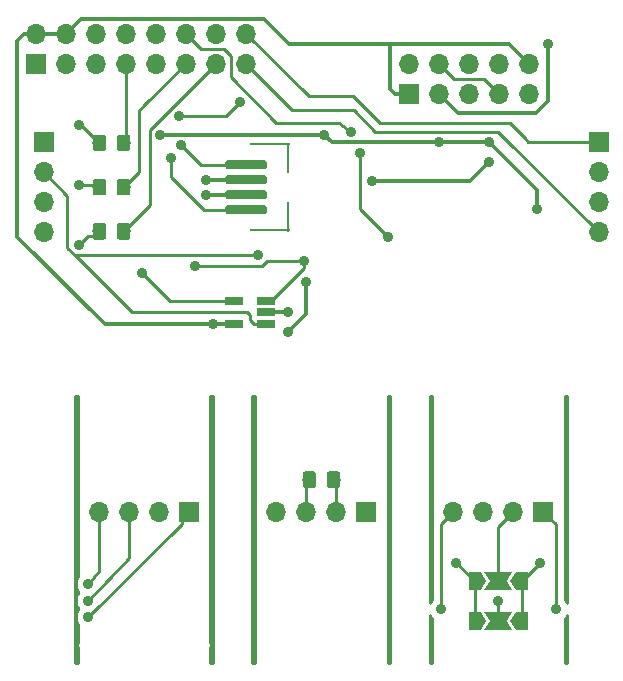
<source format=gbr>
%TF.GenerationSoftware,KiCad,Pcbnew,5.1.0*%
%TF.CreationDate,2019-04-05T03:55:09+02:00*%
%TF.ProjectId,BeerEyePi,42656572-4579-4655-9069-2e6b69636164,rev?*%
%TF.SameCoordinates,Original*%
%TF.FileFunction,Copper,L1,Top*%
%TF.FilePolarity,Positive*%
%FSLAX46Y46*%
G04 Gerber Fmt 4.6, Leading zero omitted, Abs format (unit mm)*
G04 Created by KiCad (PCBNEW 5.1.0) date 2019-04-05 03:55:09*
%MOMM*%
%LPD*%
G04 APERTURE LIST*
%ADD10R,1.700000X1.700000*%
%ADD11O,1.700000X1.700000*%
%ADD12C,0.100000*%
%ADD13C,1.150000*%
%ADD14R,0.250000X2.500000*%
%ADD15R,3.350000X0.250000*%
%ADD16C,0.700000*%
%ADD17C,0.300000*%
%ADD18R,1.560000X0.650000*%
%ADD19C,0.900000*%
%ADD20C,0.350000*%
%ADD21C,0.250000*%
%ADD22C,0.254000*%
G04 APERTURE END LIST*
D10*
X139920000Y-107080000D03*
D11*
X139920000Y-104540000D03*
X142460000Y-107080000D03*
X142460000Y-104540000D03*
X145000000Y-107080000D03*
X145000000Y-104540000D03*
X147540000Y-107080000D03*
X147540000Y-104540000D03*
X150080000Y-107080000D03*
X150080000Y-104540000D03*
D12*
G36*
X133899005Y-139064704D02*
G01*
X133923273Y-139068304D01*
X133947072Y-139074265D01*
X133970171Y-139082530D01*
X133992350Y-139093020D01*
X134013393Y-139105632D01*
X134033099Y-139120247D01*
X134051277Y-139136723D01*
X134067753Y-139154901D01*
X134082368Y-139174607D01*
X134094980Y-139195650D01*
X134105470Y-139217829D01*
X134113735Y-139240928D01*
X134119696Y-139264727D01*
X134123296Y-139288995D01*
X134124500Y-139313499D01*
X134124500Y-140213501D01*
X134123296Y-140238005D01*
X134119696Y-140262273D01*
X134113735Y-140286072D01*
X134105470Y-140309171D01*
X134094980Y-140331350D01*
X134082368Y-140352393D01*
X134067753Y-140372099D01*
X134051277Y-140390277D01*
X134033099Y-140406753D01*
X134013393Y-140421368D01*
X133992350Y-140433980D01*
X133970171Y-140444470D01*
X133947072Y-140452735D01*
X133923273Y-140458696D01*
X133899005Y-140462296D01*
X133874501Y-140463500D01*
X133224499Y-140463500D01*
X133199995Y-140462296D01*
X133175727Y-140458696D01*
X133151928Y-140452735D01*
X133128829Y-140444470D01*
X133106650Y-140433980D01*
X133085607Y-140421368D01*
X133065901Y-140406753D01*
X133047723Y-140390277D01*
X133031247Y-140372099D01*
X133016632Y-140352393D01*
X133004020Y-140331350D01*
X132993530Y-140309171D01*
X132985265Y-140286072D01*
X132979304Y-140262273D01*
X132975704Y-140238005D01*
X132974500Y-140213501D01*
X132974500Y-139313499D01*
X132975704Y-139288995D01*
X132979304Y-139264727D01*
X132985265Y-139240928D01*
X132993530Y-139217829D01*
X133004020Y-139195650D01*
X133016632Y-139174607D01*
X133031247Y-139154901D01*
X133047723Y-139136723D01*
X133065901Y-139120247D01*
X133085607Y-139105632D01*
X133106650Y-139093020D01*
X133128829Y-139082530D01*
X133151928Y-139074265D01*
X133175727Y-139068304D01*
X133199995Y-139064704D01*
X133224499Y-139063500D01*
X133874501Y-139063500D01*
X133899005Y-139064704D01*
X133899005Y-139064704D01*
G37*
D13*
X133549500Y-139763500D03*
D12*
G36*
X131849005Y-139064704D02*
G01*
X131873273Y-139068304D01*
X131897072Y-139074265D01*
X131920171Y-139082530D01*
X131942350Y-139093020D01*
X131963393Y-139105632D01*
X131983099Y-139120247D01*
X132001277Y-139136723D01*
X132017753Y-139154901D01*
X132032368Y-139174607D01*
X132044980Y-139195650D01*
X132055470Y-139217829D01*
X132063735Y-139240928D01*
X132069696Y-139264727D01*
X132073296Y-139288995D01*
X132074500Y-139313499D01*
X132074500Y-140213501D01*
X132073296Y-140238005D01*
X132069696Y-140262273D01*
X132063735Y-140286072D01*
X132055470Y-140309171D01*
X132044980Y-140331350D01*
X132032368Y-140352393D01*
X132017753Y-140372099D01*
X132001277Y-140390277D01*
X131983099Y-140406753D01*
X131963393Y-140421368D01*
X131942350Y-140433980D01*
X131920171Y-140444470D01*
X131897072Y-140452735D01*
X131873273Y-140458696D01*
X131849005Y-140462296D01*
X131824501Y-140463500D01*
X131174499Y-140463500D01*
X131149995Y-140462296D01*
X131125727Y-140458696D01*
X131101928Y-140452735D01*
X131078829Y-140444470D01*
X131056650Y-140433980D01*
X131035607Y-140421368D01*
X131015901Y-140406753D01*
X130997723Y-140390277D01*
X130981247Y-140372099D01*
X130966632Y-140352393D01*
X130954020Y-140331350D01*
X130943530Y-140309171D01*
X130935265Y-140286072D01*
X130929304Y-140262273D01*
X130925704Y-140238005D01*
X130924500Y-140213501D01*
X130924500Y-139313499D01*
X130925704Y-139288995D01*
X130929304Y-139264727D01*
X130935265Y-139240928D01*
X130943530Y-139217829D01*
X130954020Y-139195650D01*
X130966632Y-139174607D01*
X130981247Y-139154901D01*
X130997723Y-139136723D01*
X131015901Y-139120247D01*
X131035607Y-139105632D01*
X131056650Y-139093020D01*
X131078829Y-139082530D01*
X131101928Y-139074265D01*
X131125727Y-139068304D01*
X131149995Y-139064704D01*
X131174499Y-139063500D01*
X131824501Y-139063500D01*
X131849005Y-139064704D01*
X131849005Y-139064704D01*
G37*
D13*
X131499500Y-139763500D03*
D10*
X108370000Y-104540000D03*
D11*
X108370000Y-102000000D03*
X110910000Y-104540000D03*
X110910000Y-102000000D03*
X113450000Y-104540000D03*
X113450000Y-102000000D03*
X115990000Y-104540000D03*
X115990000Y-102000000D03*
X118530000Y-104540000D03*
X118530000Y-102000000D03*
X121070000Y-104540000D03*
X121070000Y-102000000D03*
X123610000Y-104540000D03*
X123610000Y-102000000D03*
X126150000Y-104540000D03*
X126150000Y-102000000D03*
D14*
X129725000Y-112500000D03*
X129725000Y-117500000D03*
D15*
X128175000Y-111375000D03*
X128175000Y-118625000D03*
D12*
G36*
X127742153Y-112745843D02*
G01*
X127759141Y-112748363D01*
X127775800Y-112752535D01*
X127791970Y-112758321D01*
X127807494Y-112765664D01*
X127822225Y-112774493D01*
X127836019Y-112784723D01*
X127848744Y-112796256D01*
X127860277Y-112808981D01*
X127870507Y-112822775D01*
X127879336Y-112837506D01*
X127886679Y-112853030D01*
X127892465Y-112869200D01*
X127896637Y-112885859D01*
X127899157Y-112902847D01*
X127900000Y-112920000D01*
X127900000Y-113270000D01*
X127899157Y-113287153D01*
X127896637Y-113304141D01*
X127892465Y-113320800D01*
X127886679Y-113336970D01*
X127879336Y-113352494D01*
X127870507Y-113367225D01*
X127860277Y-113381019D01*
X127848744Y-113393744D01*
X127836019Y-113405277D01*
X127822225Y-113415507D01*
X127807494Y-113424336D01*
X127791970Y-113431679D01*
X127775800Y-113437465D01*
X127759141Y-113441637D01*
X127742153Y-113444157D01*
X127725000Y-113445000D01*
X124575000Y-113445000D01*
X124557847Y-113444157D01*
X124540859Y-113441637D01*
X124524200Y-113437465D01*
X124508030Y-113431679D01*
X124492506Y-113424336D01*
X124477775Y-113415507D01*
X124463981Y-113405277D01*
X124451256Y-113393744D01*
X124439723Y-113381019D01*
X124429493Y-113367225D01*
X124420664Y-113352494D01*
X124413321Y-113336970D01*
X124407535Y-113320800D01*
X124403363Y-113304141D01*
X124400843Y-113287153D01*
X124400000Y-113270000D01*
X124400000Y-112920000D01*
X124400843Y-112902847D01*
X124403363Y-112885859D01*
X124407535Y-112869200D01*
X124413321Y-112853030D01*
X124420664Y-112837506D01*
X124429493Y-112822775D01*
X124439723Y-112808981D01*
X124451256Y-112796256D01*
X124463981Y-112784723D01*
X124477775Y-112774493D01*
X124492506Y-112765664D01*
X124508030Y-112758321D01*
X124524200Y-112752535D01*
X124540859Y-112748363D01*
X124557847Y-112745843D01*
X124575000Y-112745000D01*
X127725000Y-112745000D01*
X127742153Y-112745843D01*
X127742153Y-112745843D01*
G37*
D16*
X126150000Y-113095000D03*
D12*
G36*
X127742153Y-114015843D02*
G01*
X127759141Y-114018363D01*
X127775800Y-114022535D01*
X127791970Y-114028321D01*
X127807494Y-114035664D01*
X127822225Y-114044493D01*
X127836019Y-114054723D01*
X127848744Y-114066256D01*
X127860277Y-114078981D01*
X127870507Y-114092775D01*
X127879336Y-114107506D01*
X127886679Y-114123030D01*
X127892465Y-114139200D01*
X127896637Y-114155859D01*
X127899157Y-114172847D01*
X127900000Y-114190000D01*
X127900000Y-114540000D01*
X127899157Y-114557153D01*
X127896637Y-114574141D01*
X127892465Y-114590800D01*
X127886679Y-114606970D01*
X127879336Y-114622494D01*
X127870507Y-114637225D01*
X127860277Y-114651019D01*
X127848744Y-114663744D01*
X127836019Y-114675277D01*
X127822225Y-114685507D01*
X127807494Y-114694336D01*
X127791970Y-114701679D01*
X127775800Y-114707465D01*
X127759141Y-114711637D01*
X127742153Y-114714157D01*
X127725000Y-114715000D01*
X124575000Y-114715000D01*
X124557847Y-114714157D01*
X124540859Y-114711637D01*
X124524200Y-114707465D01*
X124508030Y-114701679D01*
X124492506Y-114694336D01*
X124477775Y-114685507D01*
X124463981Y-114675277D01*
X124451256Y-114663744D01*
X124439723Y-114651019D01*
X124429493Y-114637225D01*
X124420664Y-114622494D01*
X124413321Y-114606970D01*
X124407535Y-114590800D01*
X124403363Y-114574141D01*
X124400843Y-114557153D01*
X124400000Y-114540000D01*
X124400000Y-114190000D01*
X124400843Y-114172847D01*
X124403363Y-114155859D01*
X124407535Y-114139200D01*
X124413321Y-114123030D01*
X124420664Y-114107506D01*
X124429493Y-114092775D01*
X124439723Y-114078981D01*
X124451256Y-114066256D01*
X124463981Y-114054723D01*
X124477775Y-114044493D01*
X124492506Y-114035664D01*
X124508030Y-114028321D01*
X124524200Y-114022535D01*
X124540859Y-114018363D01*
X124557847Y-114015843D01*
X124575000Y-114015000D01*
X127725000Y-114015000D01*
X127742153Y-114015843D01*
X127742153Y-114015843D01*
G37*
D16*
X126150000Y-114365000D03*
D12*
G36*
X127742153Y-116555843D02*
G01*
X127759141Y-116558363D01*
X127775800Y-116562535D01*
X127791970Y-116568321D01*
X127807494Y-116575664D01*
X127822225Y-116584493D01*
X127836019Y-116594723D01*
X127848744Y-116606256D01*
X127860277Y-116618981D01*
X127870507Y-116632775D01*
X127879336Y-116647506D01*
X127886679Y-116663030D01*
X127892465Y-116679200D01*
X127896637Y-116695859D01*
X127899157Y-116712847D01*
X127900000Y-116730000D01*
X127900000Y-117080000D01*
X127899157Y-117097153D01*
X127896637Y-117114141D01*
X127892465Y-117130800D01*
X127886679Y-117146970D01*
X127879336Y-117162494D01*
X127870507Y-117177225D01*
X127860277Y-117191019D01*
X127848744Y-117203744D01*
X127836019Y-117215277D01*
X127822225Y-117225507D01*
X127807494Y-117234336D01*
X127791970Y-117241679D01*
X127775800Y-117247465D01*
X127759141Y-117251637D01*
X127742153Y-117254157D01*
X127725000Y-117255000D01*
X124575000Y-117255000D01*
X124557847Y-117254157D01*
X124540859Y-117251637D01*
X124524200Y-117247465D01*
X124508030Y-117241679D01*
X124492506Y-117234336D01*
X124477775Y-117225507D01*
X124463981Y-117215277D01*
X124451256Y-117203744D01*
X124439723Y-117191019D01*
X124429493Y-117177225D01*
X124420664Y-117162494D01*
X124413321Y-117146970D01*
X124407535Y-117130800D01*
X124403363Y-117114141D01*
X124400843Y-117097153D01*
X124400000Y-117080000D01*
X124400000Y-116730000D01*
X124400843Y-116712847D01*
X124403363Y-116695859D01*
X124407535Y-116679200D01*
X124413321Y-116663030D01*
X124420664Y-116647506D01*
X124429493Y-116632775D01*
X124439723Y-116618981D01*
X124451256Y-116606256D01*
X124463981Y-116594723D01*
X124477775Y-116584493D01*
X124492506Y-116575664D01*
X124508030Y-116568321D01*
X124524200Y-116562535D01*
X124540859Y-116558363D01*
X124557847Y-116555843D01*
X124575000Y-116555000D01*
X127725000Y-116555000D01*
X127742153Y-116555843D01*
X127742153Y-116555843D01*
G37*
D16*
X126150000Y-116905000D03*
D12*
G36*
X127742153Y-115285843D02*
G01*
X127759141Y-115288363D01*
X127775800Y-115292535D01*
X127791970Y-115298321D01*
X127807494Y-115305664D01*
X127822225Y-115314493D01*
X127836019Y-115324723D01*
X127848744Y-115336256D01*
X127860277Y-115348981D01*
X127870507Y-115362775D01*
X127879336Y-115377506D01*
X127886679Y-115393030D01*
X127892465Y-115409200D01*
X127896637Y-115425859D01*
X127899157Y-115442847D01*
X127900000Y-115460000D01*
X127900000Y-115810000D01*
X127899157Y-115827153D01*
X127896637Y-115844141D01*
X127892465Y-115860800D01*
X127886679Y-115876970D01*
X127879336Y-115892494D01*
X127870507Y-115907225D01*
X127860277Y-115921019D01*
X127848744Y-115933744D01*
X127836019Y-115945277D01*
X127822225Y-115955507D01*
X127807494Y-115964336D01*
X127791970Y-115971679D01*
X127775800Y-115977465D01*
X127759141Y-115981637D01*
X127742153Y-115984157D01*
X127725000Y-115985000D01*
X124575000Y-115985000D01*
X124557847Y-115984157D01*
X124540859Y-115981637D01*
X124524200Y-115977465D01*
X124508030Y-115971679D01*
X124492506Y-115964336D01*
X124477775Y-115955507D01*
X124463981Y-115945277D01*
X124451256Y-115933744D01*
X124439723Y-115921019D01*
X124429493Y-115907225D01*
X124420664Y-115892494D01*
X124413321Y-115876970D01*
X124407535Y-115860800D01*
X124403363Y-115844141D01*
X124400843Y-115827153D01*
X124400000Y-115810000D01*
X124400000Y-115460000D01*
X124400843Y-115442847D01*
X124403363Y-115425859D01*
X124407535Y-115409200D01*
X124413321Y-115393030D01*
X124420664Y-115377506D01*
X124429493Y-115362775D01*
X124439723Y-115348981D01*
X124451256Y-115336256D01*
X124463981Y-115324723D01*
X124477775Y-115314493D01*
X124492506Y-115305664D01*
X124508030Y-115298321D01*
X124524200Y-115292535D01*
X124540859Y-115288363D01*
X124557847Y-115285843D01*
X124575000Y-115285000D01*
X127725000Y-115285000D01*
X127742153Y-115285843D01*
X127742153Y-115285843D01*
G37*
D16*
X126150000Y-115635000D03*
D17*
X149500000Y-148350000D03*
D12*
G36*
X148500000Y-148350000D02*
G01*
X149000000Y-147600000D01*
X150000000Y-147600000D01*
X150000000Y-149100000D01*
X149000000Y-149100000D01*
X148500000Y-148350000D01*
X148500000Y-148350000D01*
G37*
D17*
X147500000Y-148350000D03*
D12*
G36*
X146800000Y-148350000D02*
G01*
X146300000Y-147600000D01*
X148700000Y-147600000D01*
X148200000Y-148350000D01*
X148700000Y-149100000D01*
X146300000Y-149100000D01*
X146800000Y-148350000D01*
X146800000Y-148350000D01*
G37*
D17*
X145500000Y-148350000D03*
D12*
G36*
X146500000Y-148350000D02*
G01*
X146000000Y-149100000D01*
X145000000Y-149100000D01*
X145000000Y-147600000D01*
X146000000Y-147600000D01*
X146500000Y-148350000D01*
X146500000Y-148350000D01*
G37*
D17*
X149500000Y-151750000D03*
D12*
G36*
X148500000Y-151750000D02*
G01*
X149000000Y-151000000D01*
X150000000Y-151000000D01*
X150000000Y-152500000D01*
X149000000Y-152500000D01*
X148500000Y-151750000D01*
X148500000Y-151750000D01*
G37*
D17*
X147500000Y-151750000D03*
D12*
G36*
X148200000Y-151750000D02*
G01*
X148700000Y-152500000D01*
X146300000Y-152500000D01*
X146800000Y-151750000D01*
X146300000Y-151000000D01*
X148700000Y-151000000D01*
X148200000Y-151750000D01*
X148200000Y-151750000D01*
G37*
D17*
X145500000Y-151750000D03*
D12*
G36*
X146500000Y-151750000D02*
G01*
X146000000Y-152500000D01*
X145000000Y-152500000D01*
X145000000Y-151000000D01*
X146000000Y-151000000D01*
X146500000Y-151750000D01*
X146500000Y-151750000D01*
G37*
D10*
X109000000Y-111190000D03*
D11*
X109000000Y-113730000D03*
X109000000Y-116270000D03*
X109000000Y-118810000D03*
X128690000Y-142500000D03*
X131230000Y-142500000D03*
X133770000Y-142500000D03*
D10*
X136310000Y-142500000D03*
X156000000Y-111190000D03*
D11*
X156000000Y-113730000D03*
X156000000Y-116270000D03*
X156000000Y-118810000D03*
X143690000Y-142500000D03*
X146230000Y-142500000D03*
X148770000Y-142500000D03*
D10*
X151310000Y-142500000D03*
X121310000Y-142500000D03*
D11*
X118770000Y-142500000D03*
X116230000Y-142500000D03*
X113690000Y-142500000D03*
D12*
G36*
X114074505Y-110551204D02*
G01*
X114098773Y-110554804D01*
X114122572Y-110560765D01*
X114145671Y-110569030D01*
X114167850Y-110579520D01*
X114188893Y-110592132D01*
X114208599Y-110606747D01*
X114226777Y-110623223D01*
X114243253Y-110641401D01*
X114257868Y-110661107D01*
X114270480Y-110682150D01*
X114280970Y-110704329D01*
X114289235Y-110727428D01*
X114295196Y-110751227D01*
X114298796Y-110775495D01*
X114300000Y-110799999D01*
X114300000Y-111700001D01*
X114298796Y-111724505D01*
X114295196Y-111748773D01*
X114289235Y-111772572D01*
X114280970Y-111795671D01*
X114270480Y-111817850D01*
X114257868Y-111838893D01*
X114243253Y-111858599D01*
X114226777Y-111876777D01*
X114208599Y-111893253D01*
X114188893Y-111907868D01*
X114167850Y-111920480D01*
X114145671Y-111930970D01*
X114122572Y-111939235D01*
X114098773Y-111945196D01*
X114074505Y-111948796D01*
X114050001Y-111950000D01*
X113399999Y-111950000D01*
X113375495Y-111948796D01*
X113351227Y-111945196D01*
X113327428Y-111939235D01*
X113304329Y-111930970D01*
X113282150Y-111920480D01*
X113261107Y-111907868D01*
X113241401Y-111893253D01*
X113223223Y-111876777D01*
X113206747Y-111858599D01*
X113192132Y-111838893D01*
X113179520Y-111817850D01*
X113169030Y-111795671D01*
X113160765Y-111772572D01*
X113154804Y-111748773D01*
X113151204Y-111724505D01*
X113150000Y-111700001D01*
X113150000Y-110799999D01*
X113151204Y-110775495D01*
X113154804Y-110751227D01*
X113160765Y-110727428D01*
X113169030Y-110704329D01*
X113179520Y-110682150D01*
X113192132Y-110661107D01*
X113206747Y-110641401D01*
X113223223Y-110623223D01*
X113241401Y-110606747D01*
X113261107Y-110592132D01*
X113282150Y-110579520D01*
X113304329Y-110569030D01*
X113327428Y-110560765D01*
X113351227Y-110554804D01*
X113375495Y-110551204D01*
X113399999Y-110550000D01*
X114050001Y-110550000D01*
X114074505Y-110551204D01*
X114074505Y-110551204D01*
G37*
D13*
X113725000Y-111250000D03*
D12*
G36*
X116124505Y-110551204D02*
G01*
X116148773Y-110554804D01*
X116172572Y-110560765D01*
X116195671Y-110569030D01*
X116217850Y-110579520D01*
X116238893Y-110592132D01*
X116258599Y-110606747D01*
X116276777Y-110623223D01*
X116293253Y-110641401D01*
X116307868Y-110661107D01*
X116320480Y-110682150D01*
X116330970Y-110704329D01*
X116339235Y-110727428D01*
X116345196Y-110751227D01*
X116348796Y-110775495D01*
X116350000Y-110799999D01*
X116350000Y-111700001D01*
X116348796Y-111724505D01*
X116345196Y-111748773D01*
X116339235Y-111772572D01*
X116330970Y-111795671D01*
X116320480Y-111817850D01*
X116307868Y-111838893D01*
X116293253Y-111858599D01*
X116276777Y-111876777D01*
X116258599Y-111893253D01*
X116238893Y-111907868D01*
X116217850Y-111920480D01*
X116195671Y-111930970D01*
X116172572Y-111939235D01*
X116148773Y-111945196D01*
X116124505Y-111948796D01*
X116100001Y-111950000D01*
X115449999Y-111950000D01*
X115425495Y-111948796D01*
X115401227Y-111945196D01*
X115377428Y-111939235D01*
X115354329Y-111930970D01*
X115332150Y-111920480D01*
X115311107Y-111907868D01*
X115291401Y-111893253D01*
X115273223Y-111876777D01*
X115256747Y-111858599D01*
X115242132Y-111838893D01*
X115229520Y-111817850D01*
X115219030Y-111795671D01*
X115210765Y-111772572D01*
X115204804Y-111748773D01*
X115201204Y-111724505D01*
X115200000Y-111700001D01*
X115200000Y-110799999D01*
X115201204Y-110775495D01*
X115204804Y-110751227D01*
X115210765Y-110727428D01*
X115219030Y-110704329D01*
X115229520Y-110682150D01*
X115242132Y-110661107D01*
X115256747Y-110641401D01*
X115273223Y-110623223D01*
X115291401Y-110606747D01*
X115311107Y-110592132D01*
X115332150Y-110579520D01*
X115354329Y-110569030D01*
X115377428Y-110560765D01*
X115401227Y-110554804D01*
X115425495Y-110551204D01*
X115449999Y-110550000D01*
X116100001Y-110550000D01*
X116124505Y-110551204D01*
X116124505Y-110551204D01*
G37*
D13*
X115775000Y-111250000D03*
D12*
G36*
X116124505Y-114301204D02*
G01*
X116148773Y-114304804D01*
X116172572Y-114310765D01*
X116195671Y-114319030D01*
X116217850Y-114329520D01*
X116238893Y-114342132D01*
X116258599Y-114356747D01*
X116276777Y-114373223D01*
X116293253Y-114391401D01*
X116307868Y-114411107D01*
X116320480Y-114432150D01*
X116330970Y-114454329D01*
X116339235Y-114477428D01*
X116345196Y-114501227D01*
X116348796Y-114525495D01*
X116350000Y-114549999D01*
X116350000Y-115450001D01*
X116348796Y-115474505D01*
X116345196Y-115498773D01*
X116339235Y-115522572D01*
X116330970Y-115545671D01*
X116320480Y-115567850D01*
X116307868Y-115588893D01*
X116293253Y-115608599D01*
X116276777Y-115626777D01*
X116258599Y-115643253D01*
X116238893Y-115657868D01*
X116217850Y-115670480D01*
X116195671Y-115680970D01*
X116172572Y-115689235D01*
X116148773Y-115695196D01*
X116124505Y-115698796D01*
X116100001Y-115700000D01*
X115449999Y-115700000D01*
X115425495Y-115698796D01*
X115401227Y-115695196D01*
X115377428Y-115689235D01*
X115354329Y-115680970D01*
X115332150Y-115670480D01*
X115311107Y-115657868D01*
X115291401Y-115643253D01*
X115273223Y-115626777D01*
X115256747Y-115608599D01*
X115242132Y-115588893D01*
X115229520Y-115567850D01*
X115219030Y-115545671D01*
X115210765Y-115522572D01*
X115204804Y-115498773D01*
X115201204Y-115474505D01*
X115200000Y-115450001D01*
X115200000Y-114549999D01*
X115201204Y-114525495D01*
X115204804Y-114501227D01*
X115210765Y-114477428D01*
X115219030Y-114454329D01*
X115229520Y-114432150D01*
X115242132Y-114411107D01*
X115256747Y-114391401D01*
X115273223Y-114373223D01*
X115291401Y-114356747D01*
X115311107Y-114342132D01*
X115332150Y-114329520D01*
X115354329Y-114319030D01*
X115377428Y-114310765D01*
X115401227Y-114304804D01*
X115425495Y-114301204D01*
X115449999Y-114300000D01*
X116100001Y-114300000D01*
X116124505Y-114301204D01*
X116124505Y-114301204D01*
G37*
D13*
X115775000Y-115000000D03*
D12*
G36*
X114074505Y-114301204D02*
G01*
X114098773Y-114304804D01*
X114122572Y-114310765D01*
X114145671Y-114319030D01*
X114167850Y-114329520D01*
X114188893Y-114342132D01*
X114208599Y-114356747D01*
X114226777Y-114373223D01*
X114243253Y-114391401D01*
X114257868Y-114411107D01*
X114270480Y-114432150D01*
X114280970Y-114454329D01*
X114289235Y-114477428D01*
X114295196Y-114501227D01*
X114298796Y-114525495D01*
X114300000Y-114549999D01*
X114300000Y-115450001D01*
X114298796Y-115474505D01*
X114295196Y-115498773D01*
X114289235Y-115522572D01*
X114280970Y-115545671D01*
X114270480Y-115567850D01*
X114257868Y-115588893D01*
X114243253Y-115608599D01*
X114226777Y-115626777D01*
X114208599Y-115643253D01*
X114188893Y-115657868D01*
X114167850Y-115670480D01*
X114145671Y-115680970D01*
X114122572Y-115689235D01*
X114098773Y-115695196D01*
X114074505Y-115698796D01*
X114050001Y-115700000D01*
X113399999Y-115700000D01*
X113375495Y-115698796D01*
X113351227Y-115695196D01*
X113327428Y-115689235D01*
X113304329Y-115680970D01*
X113282150Y-115670480D01*
X113261107Y-115657868D01*
X113241401Y-115643253D01*
X113223223Y-115626777D01*
X113206747Y-115608599D01*
X113192132Y-115588893D01*
X113179520Y-115567850D01*
X113169030Y-115545671D01*
X113160765Y-115522572D01*
X113154804Y-115498773D01*
X113151204Y-115474505D01*
X113150000Y-115450001D01*
X113150000Y-114549999D01*
X113151204Y-114525495D01*
X113154804Y-114501227D01*
X113160765Y-114477428D01*
X113169030Y-114454329D01*
X113179520Y-114432150D01*
X113192132Y-114411107D01*
X113206747Y-114391401D01*
X113223223Y-114373223D01*
X113241401Y-114356747D01*
X113261107Y-114342132D01*
X113282150Y-114329520D01*
X113304329Y-114319030D01*
X113327428Y-114310765D01*
X113351227Y-114304804D01*
X113375495Y-114301204D01*
X113399999Y-114300000D01*
X114050001Y-114300000D01*
X114074505Y-114301204D01*
X114074505Y-114301204D01*
G37*
D13*
X113725000Y-115000000D03*
D12*
G36*
X116124505Y-118051204D02*
G01*
X116148773Y-118054804D01*
X116172572Y-118060765D01*
X116195671Y-118069030D01*
X116217850Y-118079520D01*
X116238893Y-118092132D01*
X116258599Y-118106747D01*
X116276777Y-118123223D01*
X116293253Y-118141401D01*
X116307868Y-118161107D01*
X116320480Y-118182150D01*
X116330970Y-118204329D01*
X116339235Y-118227428D01*
X116345196Y-118251227D01*
X116348796Y-118275495D01*
X116350000Y-118299999D01*
X116350000Y-119200001D01*
X116348796Y-119224505D01*
X116345196Y-119248773D01*
X116339235Y-119272572D01*
X116330970Y-119295671D01*
X116320480Y-119317850D01*
X116307868Y-119338893D01*
X116293253Y-119358599D01*
X116276777Y-119376777D01*
X116258599Y-119393253D01*
X116238893Y-119407868D01*
X116217850Y-119420480D01*
X116195671Y-119430970D01*
X116172572Y-119439235D01*
X116148773Y-119445196D01*
X116124505Y-119448796D01*
X116100001Y-119450000D01*
X115449999Y-119450000D01*
X115425495Y-119448796D01*
X115401227Y-119445196D01*
X115377428Y-119439235D01*
X115354329Y-119430970D01*
X115332150Y-119420480D01*
X115311107Y-119407868D01*
X115291401Y-119393253D01*
X115273223Y-119376777D01*
X115256747Y-119358599D01*
X115242132Y-119338893D01*
X115229520Y-119317850D01*
X115219030Y-119295671D01*
X115210765Y-119272572D01*
X115204804Y-119248773D01*
X115201204Y-119224505D01*
X115200000Y-119200001D01*
X115200000Y-118299999D01*
X115201204Y-118275495D01*
X115204804Y-118251227D01*
X115210765Y-118227428D01*
X115219030Y-118204329D01*
X115229520Y-118182150D01*
X115242132Y-118161107D01*
X115256747Y-118141401D01*
X115273223Y-118123223D01*
X115291401Y-118106747D01*
X115311107Y-118092132D01*
X115332150Y-118079520D01*
X115354329Y-118069030D01*
X115377428Y-118060765D01*
X115401227Y-118054804D01*
X115425495Y-118051204D01*
X115449999Y-118050000D01*
X116100001Y-118050000D01*
X116124505Y-118051204D01*
X116124505Y-118051204D01*
G37*
D13*
X115775000Y-118750000D03*
D12*
G36*
X114074505Y-118051204D02*
G01*
X114098773Y-118054804D01*
X114122572Y-118060765D01*
X114145671Y-118069030D01*
X114167850Y-118079520D01*
X114188893Y-118092132D01*
X114208599Y-118106747D01*
X114226777Y-118123223D01*
X114243253Y-118141401D01*
X114257868Y-118161107D01*
X114270480Y-118182150D01*
X114280970Y-118204329D01*
X114289235Y-118227428D01*
X114295196Y-118251227D01*
X114298796Y-118275495D01*
X114300000Y-118299999D01*
X114300000Y-119200001D01*
X114298796Y-119224505D01*
X114295196Y-119248773D01*
X114289235Y-119272572D01*
X114280970Y-119295671D01*
X114270480Y-119317850D01*
X114257868Y-119338893D01*
X114243253Y-119358599D01*
X114226777Y-119376777D01*
X114208599Y-119393253D01*
X114188893Y-119407868D01*
X114167850Y-119420480D01*
X114145671Y-119430970D01*
X114122572Y-119439235D01*
X114098773Y-119445196D01*
X114074505Y-119448796D01*
X114050001Y-119450000D01*
X113399999Y-119450000D01*
X113375495Y-119448796D01*
X113351227Y-119445196D01*
X113327428Y-119439235D01*
X113304329Y-119430970D01*
X113282150Y-119420480D01*
X113261107Y-119407868D01*
X113241401Y-119393253D01*
X113223223Y-119376777D01*
X113206747Y-119358599D01*
X113192132Y-119338893D01*
X113179520Y-119317850D01*
X113169030Y-119295671D01*
X113160765Y-119272572D01*
X113154804Y-119248773D01*
X113151204Y-119224505D01*
X113150000Y-119200001D01*
X113150000Y-118299999D01*
X113151204Y-118275495D01*
X113154804Y-118251227D01*
X113160765Y-118227428D01*
X113169030Y-118204329D01*
X113179520Y-118182150D01*
X113192132Y-118161107D01*
X113206747Y-118141401D01*
X113223223Y-118123223D01*
X113241401Y-118106747D01*
X113261107Y-118092132D01*
X113282150Y-118079520D01*
X113304329Y-118069030D01*
X113327428Y-118060765D01*
X113351227Y-118054804D01*
X113375495Y-118051204D01*
X113399999Y-118050000D01*
X114050001Y-118050000D01*
X114074505Y-118051204D01*
X114074505Y-118051204D01*
G37*
D13*
X113725000Y-118750000D03*
D18*
X127842000Y-126553000D03*
X127842000Y-125603000D03*
X127842000Y-124653000D03*
X125142000Y-124653000D03*
X125142000Y-126553000D03*
D19*
X122745500Y-115633500D03*
X129667000Y-125603000D03*
X122745500Y-114363500D03*
X146685000Y-112903000D03*
X136842500Y-114490500D03*
X146685000Y-111188500D03*
X132778500Y-110553500D03*
X118872000Y-110553500D03*
X150749000Y-116840000D03*
X151700000Y-102900000D03*
X142494000Y-111188500D03*
X123317000Y-126619000D03*
X129667000Y-127254000D03*
X131191000Y-123063000D03*
X119824500Y-112522000D03*
X120650000Y-111442500D03*
X135001000Y-110299500D03*
X138176000Y-119189500D03*
X135826500Y-112141000D03*
X117348000Y-122298500D03*
X143950000Y-146800000D03*
X142650000Y-150750000D03*
X152350000Y-150750000D03*
X151050000Y-146800000D03*
X125666500Y-107759500D03*
X120459500Y-108966000D03*
X112800000Y-151400000D03*
X112800000Y-150000000D03*
X112800000Y-148600000D03*
X112014000Y-109728000D03*
X112014000Y-114808000D03*
X112014000Y-119888000D03*
X131064000Y-121285000D03*
X121793000Y-121666000D03*
X127127000Y-120777000D03*
X147500000Y-150000000D03*
D20*
X126500000Y-115635000D02*
X126498500Y-115633500D01*
X126498500Y-115633500D02*
X122745500Y-115633500D01*
X127842000Y-125603000D02*
X129667000Y-125603000D01*
X122747000Y-114365000D02*
X122745500Y-114363500D01*
X126050000Y-114365000D02*
X122747000Y-114365000D01*
X145097500Y-114490500D02*
X146685000Y-112903000D01*
X136842500Y-114490500D02*
X145097500Y-114490500D01*
X118872000Y-110553500D02*
X132778500Y-110553500D01*
X150749000Y-116840000D02*
X150749000Y-116840000D01*
X133413500Y-111188500D02*
X132778500Y-110553500D01*
X142460000Y-107080000D02*
X144080000Y-108700000D01*
X144080000Y-108700000D02*
X150700000Y-108700000D01*
X150700000Y-108700000D02*
X151700000Y-107700000D01*
X151700000Y-107700000D02*
X151700000Y-102900000D01*
X146685000Y-111188500D02*
X142494000Y-111188500D01*
X142494000Y-111188500D02*
X133413500Y-111188500D01*
X150749000Y-116840000D02*
X150749000Y-115252500D01*
X150749000Y-115252500D02*
X146685000Y-111188500D01*
X107359500Y-102000000D02*
X108370000Y-102000000D01*
X106743500Y-102616000D02*
X107359500Y-102000000D01*
X108370000Y-102000000D02*
X110910000Y-102000000D01*
X106743500Y-106743500D02*
X106743500Y-106743500D01*
X106743500Y-106743500D02*
X106743500Y-102616000D01*
X148440000Y-102900000D02*
X150080000Y-104540000D01*
X138300000Y-102900000D02*
X148440000Y-102900000D01*
X111759999Y-101150001D02*
X110910000Y-102000000D01*
X112185001Y-100724999D02*
X111759999Y-101150001D01*
X129800000Y-102900000D02*
X127624999Y-100724999D01*
X127624999Y-100724999D02*
X112185001Y-100724999D01*
X138300000Y-102900000D02*
X129800000Y-102900000D01*
X138720000Y-107080000D02*
X138300000Y-106660000D01*
X139920000Y-107080000D02*
X138720000Y-107080000D01*
X138300000Y-106660000D02*
X138300000Y-102900000D01*
X114173000Y-126619000D02*
X106743500Y-119189500D01*
X106743500Y-119189500D02*
X106743500Y-118872000D01*
X106743500Y-118872000D02*
X106743500Y-102616000D01*
X123444000Y-126619000D02*
X114173000Y-126619000D01*
X123510000Y-126553000D02*
X123444000Y-126619000D01*
X125142000Y-126553000D02*
X123510000Y-126553000D01*
X129667000Y-127254000D02*
X131191000Y-125730000D01*
X131191000Y-125730000D02*
X131191000Y-123063000D01*
D21*
X126150000Y-102000000D02*
X131465000Y-107315000D01*
X131465000Y-107315000D02*
X135215000Y-107315000D01*
X150052000Y-111190000D02*
X156000000Y-111190000D01*
X149731000Y-110869000D02*
X150052000Y-111190000D01*
X149731000Y-110869000D02*
X148462000Y-109600000D01*
X148462000Y-109600000D02*
X137500000Y-109600000D01*
X137500000Y-109600000D02*
X135215000Y-107315000D01*
X156000000Y-118810000D02*
X147745000Y-110555000D01*
X126150000Y-104540000D02*
X130068000Y-108458000D01*
X130068000Y-108458000D02*
X135258000Y-108458000D01*
X147745000Y-110555000D02*
X147490000Y-110300000D01*
X147490000Y-110300000D02*
X137100000Y-110300000D01*
X137100000Y-110300000D02*
X135258000Y-108458000D01*
X119824500Y-112522000D02*
X119824500Y-114109500D01*
X126500000Y-116905000D02*
X122620000Y-116905000D01*
X122620000Y-116905000D02*
X119824500Y-114109500D01*
X120650000Y-111442500D02*
X122302500Y-113095000D01*
X122302500Y-113095000D02*
X126500000Y-113095000D01*
X128714500Y-109537500D02*
X124884180Y-105707180D01*
X121070000Y-102000000D02*
X122341320Y-103271320D01*
X133985000Y-109537500D02*
X128714500Y-109537500D01*
X135001000Y-110299500D02*
X133985000Y-109537500D01*
X124884180Y-103896160D02*
X124884180Y-105707180D01*
X124259340Y-103271320D02*
X124884180Y-103896160D01*
X122341320Y-103271320D02*
X124259340Y-103271320D01*
X135826500Y-116840000D02*
X138176000Y-119189500D01*
X135826500Y-112141000D02*
X135826500Y-116840000D01*
X125142000Y-124653000D02*
X119702500Y-124653000D01*
X119702500Y-124653000D02*
X117348000Y-122298500D01*
X145500000Y-148350000D02*
X145500000Y-151750000D01*
X145500000Y-148350000D02*
X143950000Y-146800000D01*
X142650000Y-150750000D02*
X142650000Y-150750000D01*
X142650000Y-150750000D02*
X142650000Y-144540000D01*
X142650000Y-143540000D02*
X143690000Y-142500000D01*
X142650000Y-144540000D02*
X142650000Y-143540000D01*
X151310000Y-142500000D02*
X151310000Y-142510000D01*
X152350000Y-143550000D02*
X152350000Y-144700000D01*
X151310000Y-142510000D02*
X152350000Y-143550000D01*
X152350000Y-150750000D02*
X152350000Y-144700000D01*
X149500000Y-151750000D02*
X149500000Y-148350000D01*
X149500000Y-148350000D02*
X151050000Y-146800000D01*
X124460000Y-108966000D02*
X120459500Y-108966000D01*
X125666500Y-107759500D02*
X124460000Y-108966000D01*
X115775000Y-111250000D02*
X115990000Y-111035000D01*
X115990000Y-111035000D02*
X115990000Y-104540000D01*
X115775000Y-115000000D02*
X117094000Y-113681000D01*
X117538500Y-108071500D02*
X117538500Y-108071500D01*
X117538500Y-108071500D02*
X121070000Y-104540000D01*
X117538500Y-108071500D02*
X117094000Y-108516000D01*
X117094000Y-108516000D02*
X117094000Y-113681000D01*
X117983000Y-110167000D02*
X123610000Y-104540000D01*
X115775000Y-118750000D02*
X117865750Y-116659250D01*
X117865750Y-116659250D02*
X117983000Y-116542000D01*
X117983000Y-116542000D02*
X117983000Y-110167000D01*
X133549500Y-139763500D02*
X133770000Y-139984000D01*
X133770000Y-139984000D02*
X133770000Y-142500000D01*
X131499500Y-139763500D02*
X131230000Y-140033000D01*
X131230000Y-140033000D02*
X131230000Y-142500000D01*
X120700000Y-143110000D02*
X121310000Y-142500000D01*
X112800000Y-151400000D02*
X120700000Y-143500000D01*
X120700000Y-143500000D02*
X120700000Y-143110000D01*
X112800000Y-150000000D02*
X116230000Y-146370000D01*
X116230000Y-146370000D02*
X116230000Y-143500000D01*
X116230000Y-143500000D02*
X116230000Y-142500000D01*
X112800000Y-148600000D02*
X112850000Y-148550000D01*
X112850000Y-148550000D02*
X113690000Y-147510000D01*
X113690000Y-147510000D02*
X113690000Y-143500000D01*
X113690000Y-143500000D02*
X113690000Y-142500000D01*
X112014000Y-109728000D02*
X112203000Y-109728000D01*
X112203000Y-109728000D02*
X113725000Y-111250000D01*
X113725000Y-115000000D02*
X113533000Y-114808000D01*
X113533000Y-114808000D02*
X112014000Y-114808000D01*
X112014000Y-119888000D02*
X112776000Y-119126000D01*
X113349000Y-119126000D02*
X113725000Y-118750000D01*
X112776000Y-119126000D02*
X113349000Y-119126000D01*
X146270000Y-105810000D02*
X143730000Y-105810000D01*
X147540000Y-107080000D02*
X146270000Y-105810000D01*
X143730000Y-105810000D02*
X142460000Y-104540000D01*
X128297000Y-124653000D02*
X131064000Y-121886000D01*
X127842000Y-124653000D02*
X128297000Y-124653000D01*
X131064000Y-121886000D02*
X131064000Y-121285000D01*
X127889000Y-121285000D02*
X127508000Y-121666000D01*
X131064000Y-121285000D02*
X127889000Y-121285000D01*
X121793000Y-121666000D02*
X127508000Y-121666000D01*
X110998000Y-115728000D02*
X109000000Y-113730000D01*
X110998000Y-120142000D02*
X110998000Y-115728000D01*
X111633000Y-120777000D02*
X110998000Y-120142000D01*
X112268000Y-120777000D02*
X111633000Y-120777000D01*
X127127000Y-120777000D02*
X112268000Y-120777000D01*
X126812000Y-126553000D02*
X126492000Y-126233000D01*
X127842000Y-126553000D02*
X126812000Y-126553000D01*
X126492000Y-126233000D02*
X126492000Y-125857000D01*
X126492000Y-125857000D02*
X126238000Y-125603000D01*
X116459000Y-125603000D02*
X111633000Y-120777000D01*
X126238000Y-125603000D02*
X116459000Y-125603000D01*
X147500000Y-151750000D02*
X147500000Y-150000000D01*
X147500000Y-148350000D02*
X147500000Y-144770000D01*
X147500000Y-143770000D02*
X148770000Y-142500000D01*
X147500000Y-144770000D02*
X147500000Y-143770000D01*
D22*
G36*
X126873000Y-153597993D02*
G01*
X126865000Y-153638212D01*
X126865000Y-153861788D01*
X126873000Y-153902007D01*
X126873000Y-155315000D01*
X126685000Y-155315000D01*
X126685000Y-132685000D01*
X126873000Y-132685000D01*
X126873000Y-153597993D01*
X126873000Y-153597993D01*
G37*
X126873000Y-153597993D02*
X126865000Y-153638212D01*
X126865000Y-153861788D01*
X126873000Y-153902007D01*
X126873000Y-155315000D01*
X126685000Y-155315000D01*
X126685000Y-132685000D01*
X126873000Y-132685000D01*
X126873000Y-153597993D01*
G36*
X138315000Y-155315000D02*
G01*
X138127000Y-155315000D01*
X138127000Y-153902007D01*
X138135000Y-153861788D01*
X138135000Y-153638212D01*
X138127000Y-153597993D01*
X138127000Y-132685000D01*
X138315001Y-132685000D01*
X138315000Y-155315000D01*
X138315000Y-155315000D01*
G37*
X138315000Y-155315000D02*
X138127000Y-155315000D01*
X138127000Y-153902007D01*
X138135000Y-153861788D01*
X138135000Y-153638212D01*
X138127000Y-153597993D01*
X138127000Y-132685000D01*
X138315001Y-132685000D01*
X138315000Y-155315000D01*
G36*
X153315000Y-155315000D02*
G01*
X153127000Y-155315000D01*
X153127000Y-153902007D01*
X153135000Y-153861788D01*
X153135000Y-153638212D01*
X153127000Y-153597993D01*
X153127000Y-151507422D01*
X153192775Y-151441647D01*
X153311515Y-151263940D01*
X153315000Y-151255526D01*
X153315000Y-155315000D01*
X153315000Y-155315000D01*
G37*
X153315000Y-155315000D02*
X153127000Y-155315000D01*
X153127000Y-153902007D01*
X153135000Y-153861788D01*
X153135000Y-153638212D01*
X153127000Y-153597993D01*
X153127000Y-151507422D01*
X153192775Y-151441647D01*
X153311515Y-151263940D01*
X153315000Y-151255526D01*
X153315000Y-155315000D01*
G36*
X153315000Y-150244474D02*
G01*
X153311515Y-150236060D01*
X153192775Y-150058353D01*
X153127000Y-149992578D01*
X153127000Y-132685000D01*
X153315001Y-132685000D01*
X153315000Y-150244474D01*
X153315000Y-150244474D01*
G37*
X153315000Y-150244474D02*
X153311515Y-150236060D01*
X153192775Y-150058353D01*
X153127000Y-149992578D01*
X153127000Y-132685000D01*
X153315001Y-132685000D01*
X153315000Y-150244474D01*
G36*
X141688485Y-151263940D02*
G01*
X141807225Y-151441647D01*
X141873000Y-151507422D01*
X141873000Y-153597993D01*
X141865000Y-153638212D01*
X141865000Y-153861788D01*
X141873000Y-153902007D01*
X141873000Y-155315000D01*
X141685000Y-155315000D01*
X141685000Y-151255526D01*
X141688485Y-151263940D01*
X141688485Y-151263940D01*
G37*
X141688485Y-151263940D02*
X141807225Y-151441647D01*
X141873000Y-151507422D01*
X141873000Y-153597993D01*
X141865000Y-153638212D01*
X141865000Y-153861788D01*
X141873000Y-153902007D01*
X141873000Y-155315000D01*
X141685000Y-155315000D01*
X141685000Y-151255526D01*
X141688485Y-151263940D01*
G36*
X141873000Y-149992578D02*
G01*
X141807225Y-150058353D01*
X141688485Y-150236060D01*
X141685000Y-150244474D01*
X141685000Y-132685000D01*
X141873000Y-132685000D01*
X141873000Y-149992578D01*
X141873000Y-149992578D01*
G37*
X141873000Y-149992578D02*
X141807225Y-150058353D01*
X141688485Y-150236060D01*
X141685000Y-150244474D01*
X141685000Y-132685000D01*
X141873000Y-132685000D01*
X141873000Y-149992578D01*
G36*
X111873000Y-148034405D02*
G01*
X111838485Y-148086060D01*
X111756696Y-148283517D01*
X111715000Y-148493137D01*
X111715000Y-148706863D01*
X111756696Y-148916483D01*
X111838485Y-149113940D01*
X111873000Y-149165595D01*
X111873000Y-149434405D01*
X111838485Y-149486060D01*
X111756696Y-149683517D01*
X111715000Y-149893137D01*
X111715000Y-150106863D01*
X111756696Y-150316483D01*
X111838485Y-150513940D01*
X111873000Y-150565595D01*
X111873000Y-150834405D01*
X111838485Y-150886060D01*
X111756696Y-151083517D01*
X111715000Y-151293137D01*
X111715000Y-151506863D01*
X111756696Y-151716483D01*
X111838485Y-151913940D01*
X111873000Y-151965595D01*
X111873000Y-153597993D01*
X111865000Y-153638212D01*
X111865000Y-153861788D01*
X111873000Y-153902007D01*
X111873000Y-155315000D01*
X111685000Y-155315000D01*
X111685000Y-132685000D01*
X111873000Y-132685000D01*
X111873000Y-148034405D01*
X111873000Y-148034405D01*
G37*
X111873000Y-148034405D02*
X111838485Y-148086060D01*
X111756696Y-148283517D01*
X111715000Y-148493137D01*
X111715000Y-148706863D01*
X111756696Y-148916483D01*
X111838485Y-149113940D01*
X111873000Y-149165595D01*
X111873000Y-149434405D01*
X111838485Y-149486060D01*
X111756696Y-149683517D01*
X111715000Y-149893137D01*
X111715000Y-150106863D01*
X111756696Y-150316483D01*
X111838485Y-150513940D01*
X111873000Y-150565595D01*
X111873000Y-150834405D01*
X111838485Y-150886060D01*
X111756696Y-151083517D01*
X111715000Y-151293137D01*
X111715000Y-151506863D01*
X111756696Y-151716483D01*
X111838485Y-151913940D01*
X111873000Y-151965595D01*
X111873000Y-153597993D01*
X111865000Y-153638212D01*
X111865000Y-153861788D01*
X111873000Y-153902007D01*
X111873000Y-155315000D01*
X111685000Y-155315000D01*
X111685000Y-132685000D01*
X111873000Y-132685000D01*
X111873000Y-148034405D01*
G36*
X123315000Y-155315000D02*
G01*
X123127000Y-155315000D01*
X123127000Y-153902007D01*
X123135000Y-153861788D01*
X123135000Y-153638212D01*
X123127000Y-153597993D01*
X123127000Y-132685000D01*
X123315001Y-132685000D01*
X123315000Y-155315000D01*
X123315000Y-155315000D01*
G37*
X123315000Y-155315000D02*
X123127000Y-155315000D01*
X123127000Y-153902007D01*
X123135000Y-153861788D01*
X123135000Y-153638212D01*
X123127000Y-153597993D01*
X123127000Y-132685000D01*
X123315001Y-132685000D01*
X123315000Y-155315000D01*
M02*

</source>
